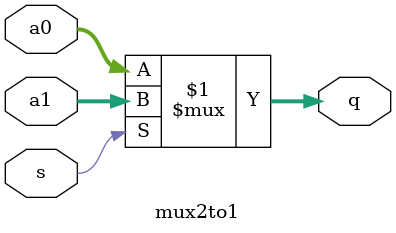
<source format=v>
`timescale 1ns / 1ps


module mux2to1
#(parameter WIDTH=8)           //指定数据宽度参数，缺省值是
(
    input [(WIDTH-1):0] a0,
    input [(WIDTH-1):0] a1,
    input s,
    output [(WIDTH-1):0] q
    );
    
    assign q = (s) ? a1 : a0;
endmodule

</source>
